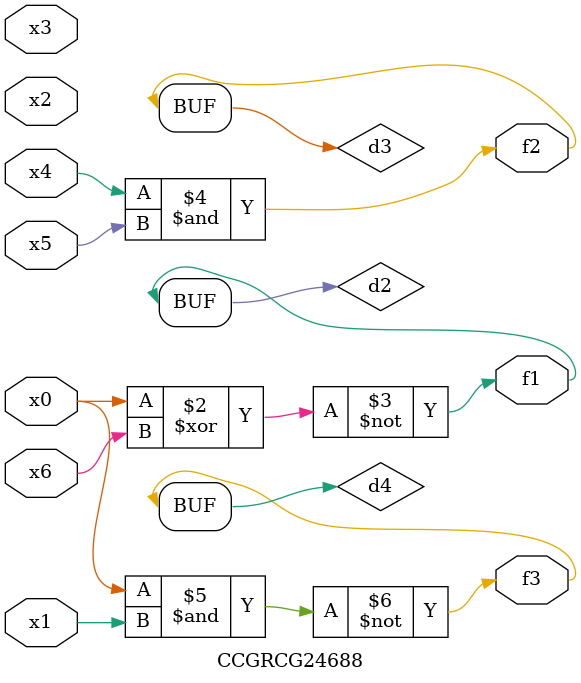
<source format=v>
module CCGRCG24688(
	input x0, x1, x2, x3, x4, x5, x6,
	output f1, f2, f3
);

	wire d1, d2, d3, d4;

	nor (d1, x0);
	xnor (d2, x0, x6);
	and (d3, x4, x5);
	nand (d4, x0, x1);
	assign f1 = d2;
	assign f2 = d3;
	assign f3 = d4;
endmodule

</source>
